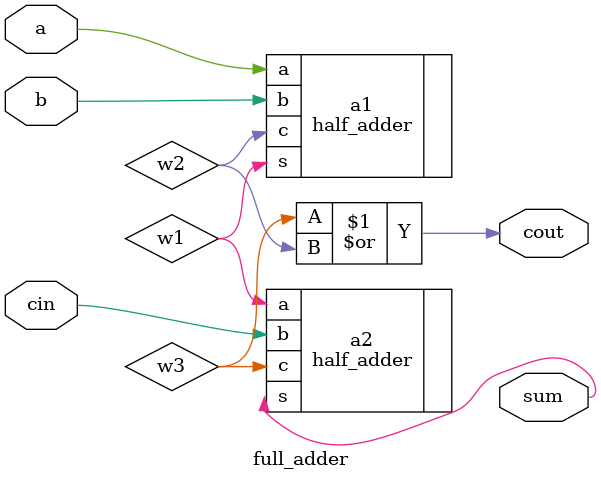
<source format=v>
module full_adder(
input a, b, cin,
output sum, cout);
wire w1,w2,w3;

half_adder a1 (
    .a(a),
    .b(b),
    .s(w1),
    .c(w2)
);

half_adder a2 (
    .a(w1),
    .b(cin),
    .s(sum),
    .c(w3)
);

assign cout = w3 | w2;

endmodule
</source>
